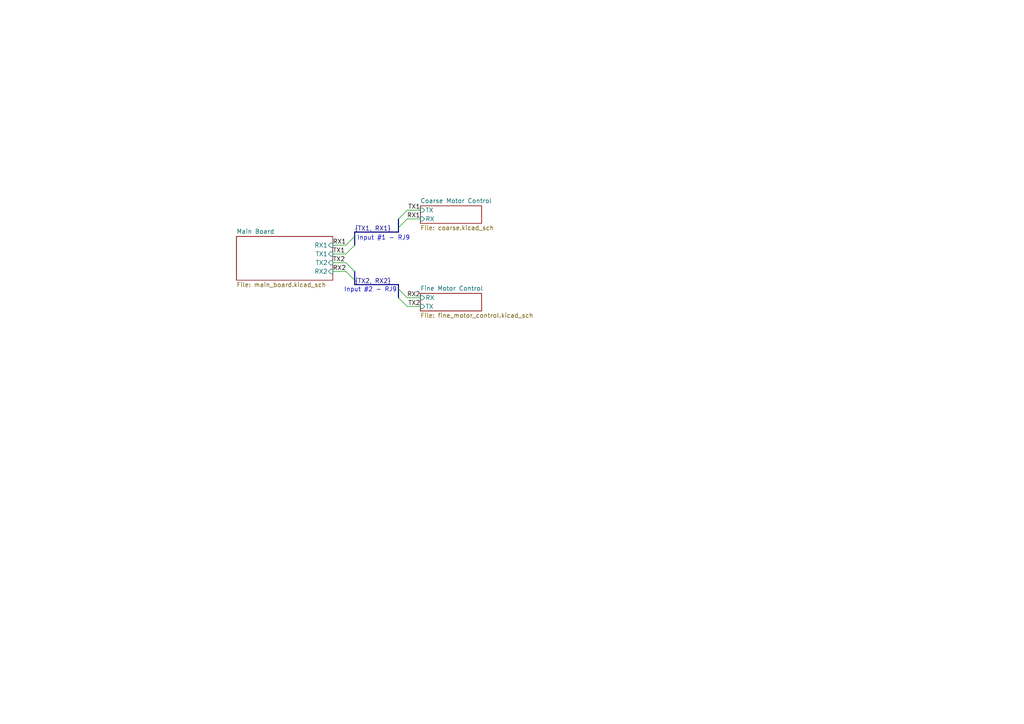
<source format=kicad_sch>
(kicad_sch
	(version 20250114)
	(generator "eeschema")
	(generator_version "9.0")
	(uuid "3fee2b1e-a705-4271-a0cf-0bfff0c4fc3e")
	(paper "A4")
	(lib_symbols)
	(text "Input #2 - RJ9"
		(exclude_from_sim no)
		(at 107.442 84.074 0)
		(effects
			(font
				(size 1.27 1.27)
			)
		)
		(uuid "0e3aa6c1-c705-4bd0-889c-856ca4c2e779")
	)
	(text "Input #1 - RJ9"
		(exclude_from_sim no)
		(at 111.252 69.088 0)
		(effects
			(font
				(size 1.27 1.27)
			)
		)
		(uuid "2b22bebf-73d5-4153-a5bb-bca23e51662d")
	)
	(bus_entry
		(at 115.57 66.04)
		(size 2.54 -2.54)
		(stroke
			(width 0)
			(type default)
		)
		(uuid "24f3ae46-ba04-4a26-9c04-d6f8b984ce44")
	)
	(bus_entry
		(at 115.57 83.82)
		(size 2.54 2.54)
		(stroke
			(width 0)
			(type default)
		)
		(uuid "42335cbf-be12-4fa9-8fb9-6cb194f553e4")
	)
	(bus_entry
		(at 115.57 86.36)
		(size 2.54 2.54)
		(stroke
			(width 0)
			(type default)
		)
		(uuid "4d984ec1-cb90-4e66-abab-be612935c13b")
	)
	(bus_entry
		(at 100.33 73.66)
		(size 2.54 -2.54)
		(stroke
			(width 0)
			(type default)
		)
		(uuid "938511fd-2154-47e8-bee8-90a0a0f4abb0")
	)
	(bus_entry
		(at 102.87 68.58)
		(size -2.54 2.54)
		(stroke
			(width 0)
			(type default)
		)
		(uuid "b5a04faf-683d-47ad-b67b-7c8668860d28")
	)
	(bus_entry
		(at 102.87 81.28)
		(size -2.54 -2.54)
		(stroke
			(width 0)
			(type default)
		)
		(uuid "c8c8e16f-cf28-43e2-ac3c-3b897f26836a")
	)
	(bus_entry
		(at 100.33 76.2)
		(size 2.54 2.54)
		(stroke
			(width 0)
			(type default)
		)
		(uuid "da8586fb-ef1a-4960-aed0-897f08c4244d")
	)
	(bus_entry
		(at 115.57 63.5)
		(size 2.54 -2.54)
		(stroke
			(width 0)
			(type default)
		)
		(uuid "f057835b-ef65-44a5-947e-1cc5a7719c24")
	)
	(bus
		(pts
			(xy 115.57 67.31) (xy 115.57 66.04)
		)
		(stroke
			(width 0)
			(type default)
		)
		(uuid "002ffafa-4b5a-4603-b83c-bffdb45fc3db")
	)
	(wire
		(pts
			(xy 96.52 78.74) (xy 100.33 78.74)
		)
		(stroke
			(width 0)
			(type default)
		)
		(uuid "11d3bc00-5e00-4833-b653-73cc783c307c")
	)
	(bus
		(pts
			(xy 102.87 81.28) (xy 102.87 82.55)
		)
		(stroke
			(width 0)
			(type default)
		)
		(uuid "13416f5d-68eb-4933-a0fb-6e82439b9ccd")
	)
	(bus
		(pts
			(xy 115.57 83.82) (xy 115.57 86.36)
		)
		(stroke
			(width 0)
			(type default)
		)
		(uuid "435947b6-d6f8-4bb7-81c1-2d5516b63449")
	)
	(wire
		(pts
			(xy 118.11 63.5) (xy 121.92 63.5)
		)
		(stroke
			(width 0)
			(type default)
		)
		(uuid "741517a2-0740-4e3d-add7-68852c67052d")
	)
	(bus
		(pts
			(xy 102.87 68.58) (xy 102.87 67.31)
		)
		(stroke
			(width 0)
			(type default)
		)
		(uuid "8c073cbf-cb42-4d1f-aca8-a9cad3ded89d")
	)
	(wire
		(pts
			(xy 118.11 88.9) (xy 121.92 88.9)
		)
		(stroke
			(width 0)
			(type default)
		)
		(uuid "8c7d6439-cac8-4443-85c6-b494fbffa00d")
	)
	(bus
		(pts
			(xy 115.57 66.04) (xy 115.57 63.5)
		)
		(stroke
			(width 0)
			(type default)
		)
		(uuid "96787d4c-35d5-4ceb-af19-cb1c53b6ea34")
	)
	(wire
		(pts
			(xy 96.52 73.66) (xy 100.33 73.66)
		)
		(stroke
			(width 0)
			(type default)
		)
		(uuid "98fc57bc-aafb-4679-b684-5fdcc0585cfd")
	)
	(wire
		(pts
			(xy 118.11 60.96) (xy 121.92 60.96)
		)
		(stroke
			(width 0)
			(type default)
		)
		(uuid "a06b2de9-6c23-4270-81d5-eeae18f97e5b")
	)
	(bus
		(pts
			(xy 102.87 67.31) (xy 115.57 67.31)
		)
		(stroke
			(width 0)
			(type default)
		)
		(uuid "a4c749a4-9c01-4381-b80b-bd92c2bd2b37")
	)
	(bus
		(pts
			(xy 102.87 71.12) (xy 102.87 68.58)
		)
		(stroke
			(width 0)
			(type default)
		)
		(uuid "c0b82fb2-8621-4c5b-8a6a-2b995def749f")
	)
	(wire
		(pts
			(xy 96.52 71.12) (xy 100.33 71.12)
		)
		(stroke
			(width 0)
			(type default)
		)
		(uuid "ca91541e-142e-432a-af95-eddb094023c8")
	)
	(bus
		(pts
			(xy 102.87 82.55) (xy 115.57 82.55)
		)
		(stroke
			(width 0)
			(type default)
		)
		(uuid "ce8c1bf8-101f-4b41-87ec-1b8edb02d038")
	)
	(bus
		(pts
			(xy 115.57 82.55) (xy 115.57 83.82)
		)
		(stroke
			(width 0)
			(type default)
		)
		(uuid "d1e11804-a2d6-4d3d-8722-729a7ae8b009")
	)
	(wire
		(pts
			(xy 118.11 86.36) (xy 121.92 86.36)
		)
		(stroke
			(width 0)
			(type default)
		)
		(uuid "d30436ae-c960-49dc-8393-f68654f46ef2")
	)
	(wire
		(pts
			(xy 96.52 76.2) (xy 100.33 76.2)
		)
		(stroke
			(width 0)
			(type default)
		)
		(uuid "fcef45f6-4dac-4bda-9234-99bb37f6f1b3")
	)
	(bus
		(pts
			(xy 102.87 78.74) (xy 102.87 81.28)
		)
		(stroke
			(width 0)
			(type default)
		)
		(uuid "ff73b474-33a3-4d9c-a086-2a6cd26e39d5")
	)
	(label "RX2"
		(at 96.52 78.74 0)
		(effects
			(font
				(size 1.27 1.27)
			)
			(justify left bottom)
		)
		(uuid "033b01ed-8263-40ae-a2ed-6f57599d00e8")
	)
	(label "TX2"
		(at 121.92 88.9 180)
		(effects
			(font
				(size 1.27 1.27)
			)
			(justify right bottom)
		)
		(uuid "2f32e953-2fa2-4808-8a51-02d008670a89")
	)
	(label "{TX1, RX1}"
		(at 102.87 67.31 0)
		(effects
			(font
				(size 1.27 1.27)
			)
			(justify left bottom)
		)
		(uuid "6682fe44-eb83-45c7-a10d-ee6a11feaaff")
	)
	(label "{TX2, RX2}"
		(at 102.87 82.55 0)
		(effects
			(font
				(size 1.27 1.27)
			)
			(justify left bottom)
		)
		(uuid "8ee710fa-2ed9-46c5-85d6-f67f5586ccb5")
	)
	(label "RX2"
		(at 121.92 86.36 180)
		(effects
			(font
				(size 1.27 1.27)
			)
			(justify right bottom)
		)
		(uuid "984d8986-a2f7-4f9b-8ec1-c22a121a8060")
	)
	(label "TX2"
		(at 96.52 76.2 0)
		(effects
			(font
				(size 1.27 1.27)
			)
			(justify left bottom)
		)
		(uuid "99e4f870-de3d-402a-87b5-1816ed4099f1")
	)
	(label "RX1"
		(at 96.52 71.12 0)
		(effects
			(font
				(size 1.27 1.27)
			)
			(justify left bottom)
		)
		(uuid "b9a5f5fd-065e-4f96-8913-b52deb3b9c8f")
	)
	(label "TX1"
		(at 121.92 60.96 180)
		(effects
			(font
				(size 1.27 1.27)
			)
			(justify right bottom)
		)
		(uuid "b9d2f9c2-5cf3-4143-baa7-ee8365b63608")
	)
	(label "RX1"
		(at 121.92 63.5 180)
		(effects
			(font
				(size 1.27 1.27)
			)
			(justify right bottom)
		)
		(uuid "c718e4b8-da72-408a-b29d-4b576cd74536")
	)
	(label "TX1"
		(at 96.52 73.66 0)
		(effects
			(font
				(size 1.27 1.27)
			)
			(justify left bottom)
		)
		(uuid "d8d5e21a-cdcd-4adb-aa57-4a75906b811e")
	)
	(sheet
		(at 121.92 59.69)
		(size 17.78 5.08)
		(exclude_from_sim no)
		(in_bom yes)
		(on_board yes)
		(dnp no)
		(fields_autoplaced yes)
		(stroke
			(width 0.1524)
			(type solid)
		)
		(fill
			(color 0 0 0 0.0000)
		)
		(uuid "c00e86cd-6f82-460d-8c43-12560757df38")
		(property "Sheetname" "Coarse Motor Control"
			(at 121.92 58.9784 0)
			(effects
				(font
					(size 1.27 1.27)
				)
				(justify left bottom)
			)
		)
		(property "Sheetfile" "coarse.kicad_sch"
			(at 121.92 65.3546 0)
			(effects
				(font
					(size 1.27 1.27)
				)
				(justify left top)
			)
		)
		(pin "TX" input
			(at 121.92 60.96 180)
			(uuid "4166b103-f8d3-4ca7-b8d8-aeec40bdc9d1")
			(effects
				(font
					(size 1.27 1.27)
				)
				(justify left)
			)
		)
		(pin "RX" input
			(at 121.92 63.5 180)
			(uuid "a0490c97-46a3-46b4-93a7-32fc87c61ac3")
			(effects
				(font
					(size 1.27 1.27)
				)
				(justify left)
			)
		)
		(instances
			(project "final_schematics"
				(path "/3fee2b1e-a705-4271-a0cf-0bfff0c4fc3e"
					(page "3")
				)
			)
		)
	)
	(sheet
		(at 68.58 68.58)
		(size 27.94 12.7)
		(exclude_from_sim no)
		(in_bom yes)
		(on_board yes)
		(dnp no)
		(fields_autoplaced yes)
		(stroke
			(width 0.1524)
			(type solid)
		)
		(fill
			(color 0 0 0 0.0000)
		)
		(uuid "dc06e6a6-8239-40a0-9f90-97d9ef295ce1")
		(property "Sheetname" "Main Board"
			(at 68.58 67.8684 0)
			(effects
				(font
					(size 1.27 1.27)
				)
				(justify left bottom)
			)
		)
		(property "Sheetfile" "main_board.kicad_sch"
			(at 68.58 81.8646 0)
			(effects
				(font
					(size 1.27 1.27)
				)
				(justify left top)
			)
		)
		(pin "RX2" input
			(at 96.52 78.74 0)
			(uuid "4fffc2f5-562a-4098-9e22-bee7c7797760")
			(effects
				(font
					(size 1.27 1.27)
				)
				(justify right)
			)
		)
		(pin "TX2" input
			(at 96.52 76.2 0)
			(uuid "5c42fe2b-c993-432f-b4b6-9f691049c346")
			(effects
				(font
					(size 1.27 1.27)
				)
				(justify right)
			)
		)
		(pin "RX1" input
			(at 96.52 71.12 0)
			(uuid "f4b4e1cb-5faf-4091-9bc3-d64017fdb5f0")
			(effects
				(font
					(size 1.27 1.27)
				)
				(justify right)
			)
		)
		(pin "TX1" input
			(at 96.52 73.66 0)
			(uuid "66f5b19a-1b79-470a-9224-2f6ab73bacba")
			(effects
				(font
					(size 1.27 1.27)
				)
				(justify right)
			)
		)
		(instances
			(project "final_schematics"
				(path "/3fee2b1e-a705-4271-a0cf-0bfff0c4fc3e"
					(page "2")
				)
			)
		)
	)
	(sheet
		(at 121.92 85.09)
		(size 17.78 5.08)
		(exclude_from_sim no)
		(in_bom yes)
		(on_board yes)
		(dnp no)
		(fields_autoplaced yes)
		(stroke
			(width 0.1524)
			(type solid)
		)
		(fill
			(color 0 0 0 0.0000)
		)
		(uuid "fa31039c-982c-4d73-8628-425db3681907")
		(property "Sheetname" "Fine Motor Control"
			(at 121.92 84.3784 0)
			(effects
				(font
					(size 1.27 1.27)
				)
				(justify left bottom)
			)
		)
		(property "Sheetfile" "fine_motor_control.kicad_sch"
			(at 121.92 90.7546 0)
			(effects
				(font
					(size 1.27 1.27)
				)
				(justify left top)
			)
		)
		(pin "RX" input
			(at 121.92 86.36 180)
			(uuid "53657db6-0b90-4ac8-b1f0-19df0599248a")
			(effects
				(font
					(size 1.27 1.27)
				)
				(justify left)
			)
		)
		(pin "TX" input
			(at 121.92 88.9 180)
			(uuid "14c61af9-2de0-4d49-ae4d-0aa8981cae99")
			(effects
				(font
					(size 1.27 1.27)
				)
				(justify left)
			)
		)
		(instances
			(project "final_schematics"
				(path "/3fee2b1e-a705-4271-a0cf-0bfff0c4fc3e"
					(page "4")
				)
			)
		)
	)
	(sheet_instances
		(path "/"
			(page "1")
		)
	)
	(embedded_fonts no)
)

</source>
